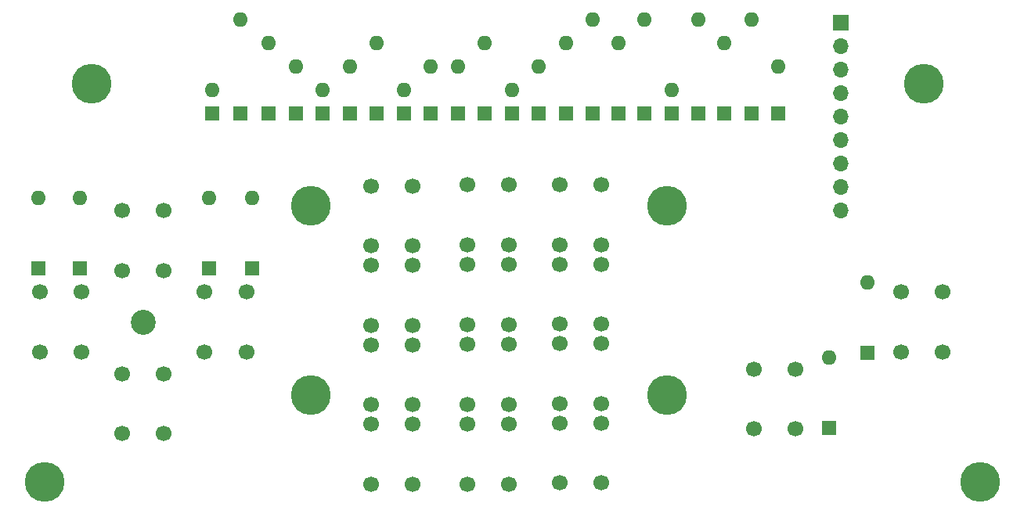
<source format=gbr>
%TF.GenerationSoftware,KiCad,Pcbnew,7.0.11-7.0.11~ubuntu22.04.1*%
%TF.CreationDate,2024-11-24T12:20:37-05:00*%
%TF.ProjectId,colecovision_controller,636f6c65-636f-4766-9973-696f6e5f636f,rev?*%
%TF.SameCoordinates,Original*%
%TF.FileFunction,Soldermask,Bot*%
%TF.FilePolarity,Negative*%
%FSLAX46Y46*%
G04 Gerber Fmt 4.6, Leading zero omitted, Abs format (unit mm)*
G04 Created by KiCad (PCBNEW 7.0.11-7.0.11~ubuntu22.04.1) date 2024-11-24 12:20:37*
%MOMM*%
%LPD*%
G01*
G04 APERTURE LIST*
%ADD10R,1.600000X1.600000*%
%ADD11O,1.600000X1.600000*%
%ADD12R,1.700000X1.700000*%
%ADD13O,1.700000X1.700000*%
%ADD14C,1.700000*%
%ADD15C,2.700000*%
%ADD16C,4.300000*%
G04 APERTURE END LIST*
D10*
%TO.C,D1*%
X128651000Y-85852000D03*
D11*
X128651000Y-78232000D03*
%TD*%
D10*
%TO.C,D2*%
X131572000Y-85852000D03*
D11*
X131572000Y-83312000D03*
%TD*%
D10*
%TO.C,D4*%
X122809000Y-85852000D03*
D11*
X122809000Y-83312000D03*
%TD*%
D10*
%TO.C,D5*%
X110871000Y-85852000D03*
D11*
X110871000Y-83312000D03*
%TD*%
D10*
%TO.C,D6*%
X113919000Y-85852000D03*
D11*
X113919000Y-75692000D03*
%TD*%
D10*
%TO.C,D7*%
X116967000Y-85852000D03*
D11*
X116967000Y-78232000D03*
%TD*%
D10*
%TO.C,D8*%
X119888000Y-85852000D03*
D11*
X119888000Y-80772000D03*
%TD*%
D10*
%TO.C,D9*%
X152019000Y-85852000D03*
D11*
X152019000Y-75692000D03*
%TD*%
D10*
%TO.C,D10*%
X154813000Y-85852000D03*
D11*
X154813000Y-78232000D03*
%TD*%
D10*
%TO.C,D11*%
X149098000Y-85852000D03*
D11*
X149098000Y-78232000D03*
%TD*%
D10*
%TO.C,D12*%
X146177000Y-85852000D03*
D11*
X146177000Y-80772000D03*
%TD*%
D10*
%TO.C,D13*%
X143256000Y-85852000D03*
D11*
X143256000Y-83312000D03*
%TD*%
D10*
%TO.C,D14*%
X140335000Y-85852000D03*
D11*
X140335000Y-78232000D03*
%TD*%
D10*
%TO.C,D15*%
X137414000Y-85852000D03*
D11*
X137414000Y-80772000D03*
%TD*%
D10*
%TO.C,D16*%
X134493000Y-85852000D03*
D11*
X134493000Y-80772000D03*
%TD*%
D10*
%TO.C,D17*%
X169164000Y-85852000D03*
D11*
X169164000Y-75692000D03*
%TD*%
D10*
%TO.C,D18*%
X172085000Y-85852000D03*
D11*
X172085000Y-80772000D03*
%TD*%
D10*
%TO.C,D19*%
X166243000Y-85852000D03*
D11*
X166243000Y-78232000D03*
%TD*%
D10*
%TO.C,D20*%
X163449000Y-85852000D03*
D11*
X163449000Y-75692000D03*
%TD*%
D10*
%TO.C,D21*%
X157607000Y-85852000D03*
D11*
X157607000Y-75692000D03*
%TD*%
D10*
%TO.C,D22*%
X160528000Y-85852000D03*
D11*
X160528000Y-83312000D03*
%TD*%
D12*
%TO.C,J1*%
X178816000Y-76073000D03*
D13*
X178816000Y-78613000D03*
X178816000Y-81153000D03*
X178816000Y-83693000D03*
X178816000Y-86233000D03*
X178816000Y-88773000D03*
X178816000Y-91313000D03*
X178816000Y-93853000D03*
X178816000Y-96393000D03*
%TD*%
D14*
%TO.C,SW1*%
X128016000Y-125984000D03*
X128016000Y-119484000D03*
X132516000Y-125984000D03*
X132516000Y-119484000D03*
%TD*%
%TO.C,SW2*%
X128016000Y-117390332D03*
X128016000Y-110890332D03*
X132516000Y-117390332D03*
X132516000Y-110890332D03*
%TD*%
%TO.C,SW3*%
X128016000Y-100203000D03*
X128016000Y-93703000D03*
X132516000Y-100203000D03*
X132516000Y-93703000D03*
%TD*%
%TO.C,SW4*%
X128016000Y-108796666D03*
X128016000Y-102296666D03*
X132516000Y-108796666D03*
X132516000Y-102296666D03*
%TD*%
%TO.C,SW5*%
X138430000Y-125984000D03*
X138430000Y-119484000D03*
X142930000Y-125984000D03*
X142930000Y-119484000D03*
%TD*%
%TO.C,SW6*%
X138430000Y-117348000D03*
X138430000Y-110848000D03*
X142930000Y-117348000D03*
X142930000Y-110848000D03*
%TD*%
%TO.C,SW7*%
X138430000Y-108712000D03*
X138430000Y-102212000D03*
X142930000Y-108712000D03*
X142930000Y-102212000D03*
%TD*%
%TO.C,SW8*%
X138430000Y-100076000D03*
X138430000Y-93576000D03*
X142930000Y-100076000D03*
X142930000Y-93576000D03*
%TD*%
%TO.C,SW9*%
X148463000Y-125857000D03*
X148463000Y-119357000D03*
X152963000Y-125857000D03*
X152963000Y-119357000D03*
%TD*%
%TO.C,SW10*%
X148463000Y-117263332D03*
X148463000Y-110763332D03*
X152963000Y-117263332D03*
X152963000Y-110763332D03*
%TD*%
%TO.C,SW11*%
X148463000Y-108669666D03*
X148463000Y-102169666D03*
X152963000Y-108669666D03*
X152963000Y-102169666D03*
%TD*%
%TO.C,SW12*%
X148463000Y-100076000D03*
X148463000Y-93576000D03*
X152963000Y-100076000D03*
X152963000Y-93576000D03*
%TD*%
%TO.C,SW13*%
X92202000Y-111672000D03*
X92202000Y-105172000D03*
X96702000Y-111672000D03*
X96702000Y-105172000D03*
%TD*%
%TO.C,SW14*%
X101128000Y-102870000D03*
X101128000Y-96370000D03*
X105628000Y-102870000D03*
X105628000Y-96370000D03*
%TD*%
%TO.C,SW15*%
X101128000Y-120523000D03*
X101128000Y-114023000D03*
X105628000Y-120523000D03*
X105628000Y-114023000D03*
%TD*%
%TO.C,SW16*%
X114554000Y-105172000D03*
X114554000Y-111672000D03*
X110054000Y-105172000D03*
X110054000Y-111672000D03*
%TD*%
%TO.C,SW17*%
X169418000Y-120015000D03*
X169418000Y-113515000D03*
X173918000Y-120015000D03*
X173918000Y-113515000D03*
%TD*%
%TO.C,SW18*%
X189865000Y-105172000D03*
X189865000Y-111672000D03*
X185365000Y-105172000D03*
X185365000Y-111672000D03*
%TD*%
D10*
%TO.C,D23*%
X92075000Y-102616000D03*
D11*
X92075000Y-94996000D03*
%TD*%
D10*
%TO.C,D24*%
X96520000Y-102616000D03*
D11*
X96520000Y-94996000D03*
%TD*%
D10*
%TO.C,D25*%
X110490000Y-102616000D03*
D11*
X110490000Y-94996000D03*
%TD*%
D10*
%TO.C,D26*%
X115189000Y-102616000D03*
D11*
X115189000Y-94996000D03*
%TD*%
D10*
%TO.C,D27*%
X177546000Y-119888000D03*
D11*
X177546000Y-112268000D03*
%TD*%
D10*
%TO.C,D28*%
X181737000Y-111760000D03*
D11*
X181737000Y-104140000D03*
%TD*%
D15*
%TO.C,H7*%
X103378000Y-108422000D03*
%TD*%
D16*
%TO.C,H1*%
X97790000Y-82677000D03*
%TD*%
%TO.C,H2*%
X187833000Y-82677000D03*
%TD*%
%TO.C,H3*%
X121539000Y-116332000D03*
%TD*%
%TO.C,H4*%
X160020000Y-95885000D03*
%TD*%
%TO.C,H5*%
X92710000Y-125730000D03*
%TD*%
%TO.C,H6*%
X193929000Y-125730000D03*
%TD*%
%TO.C,H8*%
X160020000Y-116332000D03*
%TD*%
%TO.C,H9*%
X121539000Y-95885000D03*
%TD*%
D10*
%TO.C,D3*%
X125730000Y-85852000D03*
D11*
X125730000Y-80772000D03*
%TD*%
M02*

</source>
